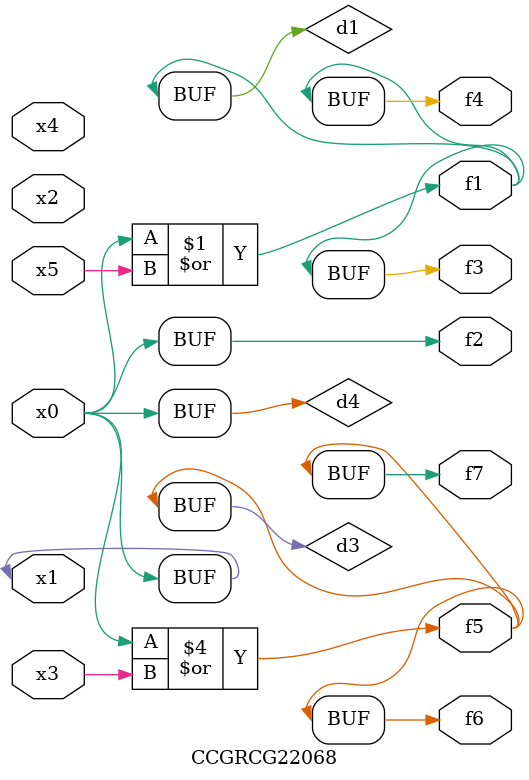
<source format=v>
module CCGRCG22068(
	input x0, x1, x2, x3, x4, x5,
	output f1, f2, f3, f4, f5, f6, f7
);

	wire d1, d2, d3, d4;

	or (d1, x0, x5);
	xnor (d2, x1, x4);
	or (d3, x0, x3);
	buf (d4, x0, x1);
	assign f1 = d1;
	assign f2 = d4;
	assign f3 = d1;
	assign f4 = d1;
	assign f5 = d3;
	assign f6 = d3;
	assign f7 = d3;
endmodule

</source>
